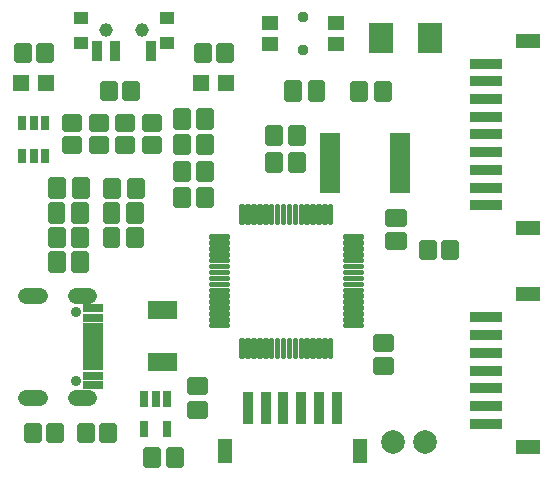
<source format=gts>
G04 EAGLE Gerber RS-274X export*
G75*
%MOMM*%
%FSLAX34Y34*%
%LPD*%
%INSoldermask Top*%
%IPPOS*%
%AMOC8*
5,1,8,0,0,1.08239X$1,22.5*%
G01*
%ADD10R,1.703200X0.638200*%
%ADD11R,0.803200X1.403200*%
%ADD12R,1.303200X2.103200*%
%ADD13R,0.903200X2.703200*%
%ADD14R,2.703200X0.903200*%
%ADD15R,2.103200X1.303200*%
%ADD16R,1.403200X1.403200*%
%ADD17C,0.661406*%
%ADD18R,0.903200X1.703200*%
%ADD19C,1.153200*%
%ADD20R,1.203200X1.003200*%
%ADD21R,0.503200X1.603200*%
%ADD22C,2.003200*%
%ADD23C,0.275422*%
%ADD24R,1.653200X0.803200*%
%ADD25R,1.653200X0.503200*%
%ADD26C,1.361200*%
%ADD27C,0.903200*%
%ADD28R,0.803200X1.303200*%
%ADD29R,1.403200X1.203200*%
%ADD30C,0.953200*%
%ADD31R,2.103200X2.603200*%


D10*
X336035Y242752D03*
X336035Y249092D03*
X336035Y255452D03*
X336035Y261792D03*
X336035Y268152D03*
X336035Y274492D03*
X336035Y280852D03*
X336035Y287192D03*
X277345Y287192D03*
X277345Y280852D03*
X277345Y274492D03*
X277345Y268152D03*
X277345Y261792D03*
X277345Y255452D03*
X277345Y249092D03*
X277345Y242752D03*
D11*
X138798Y64739D03*
X129298Y64739D03*
X119798Y64739D03*
X119798Y39739D03*
X138798Y39739D03*
D12*
X188086Y21187D03*
X302086Y21187D03*
D13*
X207586Y57187D03*
X222586Y57187D03*
X237586Y57187D03*
X252586Y57187D03*
X267586Y57187D03*
X282586Y57187D03*
D14*
X408720Y104207D03*
D15*
X444721Y153710D03*
X444720Y24707D03*
D14*
X408720Y119207D03*
X408720Y134207D03*
X408720Y89207D03*
X408720Y74207D03*
X408720Y59207D03*
X408720Y44207D03*
X408893Y289135D03*
D15*
X444893Y368635D03*
X444893Y209635D03*
D14*
X408893Y304135D03*
X408893Y319135D03*
X408893Y334135D03*
X408893Y349135D03*
X408893Y274135D03*
X408893Y259135D03*
X408893Y244135D03*
X408893Y229135D03*
D16*
X36765Y332656D03*
X15765Y332656D03*
X168112Y332656D03*
X189112Y332656D03*
D17*
X39974Y363020D02*
X31556Y363020D01*
X39974Y363020D02*
X39974Y352602D01*
X31556Y352602D01*
X31556Y363020D01*
X31556Y358885D02*
X39974Y358885D01*
X20974Y363020D02*
X12556Y363020D01*
X20974Y363020D02*
X20974Y352602D01*
X12556Y352602D01*
X12556Y363020D01*
X12556Y358885D02*
X20974Y358885D01*
X164903Y352602D02*
X173321Y352602D01*
X164903Y352602D02*
X164903Y363020D01*
X173321Y363020D01*
X173321Y352602D01*
X173321Y358885D02*
X164903Y358885D01*
X183903Y352602D02*
X192321Y352602D01*
X183903Y352602D02*
X183903Y363020D01*
X192321Y363020D01*
X192321Y352602D01*
X192321Y358885D02*
X183903Y358885D01*
X93840Y320671D02*
X85422Y320671D01*
X85422Y331089D01*
X93840Y331089D01*
X93840Y320671D01*
X93840Y326954D02*
X85422Y326954D01*
X104422Y320671D02*
X112840Y320671D01*
X104422Y320671D02*
X104422Y331089D01*
X112840Y331089D01*
X112840Y320671D01*
X112840Y326954D02*
X104422Y326954D01*
D18*
X125107Y359741D03*
X95107Y359741D03*
X80107Y359741D03*
D19*
X117607Y377241D03*
X87607Y377241D03*
D20*
X139107Y366741D03*
X66107Y366741D03*
X139107Y387741D03*
X66107Y387741D03*
D17*
X50010Y238000D02*
X41592Y238000D01*
X41592Y249418D01*
X50010Y249418D01*
X50010Y238000D01*
X50010Y244283D02*
X41592Y244283D01*
X61592Y238000D02*
X70010Y238000D01*
X61592Y238000D02*
X61592Y249418D01*
X70010Y249418D01*
X70010Y238000D01*
X70010Y244283D02*
X61592Y244283D01*
X88332Y237827D02*
X96750Y237827D01*
X88332Y237827D02*
X88332Y249245D01*
X96750Y249245D01*
X96750Y237827D01*
X96750Y244110D02*
X88332Y244110D01*
X108332Y237827D02*
X116750Y237827D01*
X108332Y237827D02*
X108332Y249245D01*
X116750Y249245D01*
X116750Y237827D01*
X116750Y244110D02*
X108332Y244110D01*
X49630Y217049D02*
X41212Y217049D01*
X41212Y228467D01*
X49630Y228467D01*
X49630Y217049D01*
X49630Y223332D02*
X41212Y223332D01*
X61212Y217049D02*
X69630Y217049D01*
X61212Y217049D02*
X61212Y228467D01*
X69630Y228467D01*
X69630Y217049D01*
X69630Y223332D02*
X61212Y223332D01*
X87770Y216876D02*
X96188Y216876D01*
X87770Y216876D02*
X87770Y228294D01*
X96188Y228294D01*
X96188Y216876D01*
X96188Y223159D02*
X87770Y223159D01*
X107770Y216876D02*
X116188Y216876D01*
X107770Y216876D02*
X107770Y228294D01*
X116188Y228294D01*
X116188Y216876D01*
X116188Y223159D02*
X107770Y223159D01*
X49757Y196232D02*
X41339Y196232D01*
X41339Y207650D01*
X49757Y207650D01*
X49757Y196232D01*
X49757Y202515D02*
X41339Y202515D01*
X61339Y196232D02*
X69757Y196232D01*
X61339Y196232D02*
X61339Y207650D01*
X69757Y207650D01*
X69757Y196232D01*
X69757Y202515D02*
X61339Y202515D01*
X87775Y196060D02*
X96193Y196060D01*
X87775Y196060D02*
X87775Y207478D01*
X96193Y207478D01*
X96193Y196060D01*
X96193Y202343D02*
X87775Y202343D01*
X107775Y196060D02*
X116193Y196060D01*
X107775Y196060D02*
X107775Y207478D01*
X116193Y207478D01*
X116193Y196060D01*
X116193Y202343D02*
X107775Y202343D01*
X49757Y175259D02*
X41339Y175259D01*
X41339Y186677D01*
X49757Y186677D01*
X49757Y175259D01*
X49757Y181542D02*
X41339Y181542D01*
X61339Y175259D02*
X69757Y175259D01*
X61339Y175259D02*
X61339Y186677D01*
X69757Y186677D01*
X69757Y175259D01*
X69757Y181542D02*
X61339Y181542D01*
X167215Y241593D02*
X175633Y241593D01*
X175633Y230175D01*
X167215Y230175D01*
X167215Y241593D01*
X167215Y236458D02*
X175633Y236458D01*
X155633Y241593D02*
X147215Y241593D01*
X155633Y241593D02*
X155633Y230175D01*
X147215Y230175D01*
X147215Y241593D01*
X147215Y236458D02*
X155633Y236458D01*
X167215Y263592D02*
X175633Y263592D01*
X175633Y252174D01*
X167215Y252174D01*
X167215Y263592D01*
X167215Y258457D02*
X175633Y258457D01*
X155633Y263592D02*
X147215Y263592D01*
X155633Y263592D02*
X155633Y252174D01*
X147215Y252174D01*
X147215Y263592D01*
X147215Y258457D02*
X155633Y258457D01*
X167215Y286141D02*
X175633Y286141D01*
X175633Y274723D01*
X167215Y274723D01*
X167215Y286141D01*
X167215Y281006D02*
X175633Y281006D01*
X155633Y286141D02*
X147215Y286141D01*
X155633Y286141D02*
X155633Y274723D01*
X147215Y274723D01*
X147215Y286141D01*
X147215Y281006D02*
X155633Y281006D01*
X167215Y308108D02*
X175633Y308108D01*
X175633Y296690D01*
X167215Y296690D01*
X167215Y308108D01*
X167215Y302973D02*
X175633Y302973D01*
X155633Y308108D02*
X147215Y308108D01*
X155633Y308108D02*
X155633Y296690D01*
X147215Y296690D01*
X147215Y308108D01*
X147215Y302973D02*
X155633Y302973D01*
X170432Y59978D02*
X170432Y51560D01*
X159014Y51560D01*
X159014Y59978D01*
X170432Y59978D01*
X170432Y57843D02*
X159014Y57843D01*
X170432Y71560D02*
X170432Y79978D01*
X170432Y71560D02*
X159014Y71560D01*
X159014Y79978D01*
X170432Y79978D01*
X170432Y77843D02*
X159014Y77843D01*
X241318Y320092D02*
X249736Y320092D01*
X241318Y320092D02*
X241318Y331510D01*
X249736Y331510D01*
X249736Y320092D01*
X249736Y326375D02*
X241318Y326375D01*
X261318Y320092D02*
X269736Y320092D01*
X261318Y320092D02*
X261318Y331510D01*
X269736Y331510D01*
X269736Y320092D01*
X269736Y326375D02*
X261318Y326375D01*
X317666Y331209D02*
X326084Y331209D01*
X326084Y319791D01*
X317666Y319791D01*
X317666Y331209D01*
X317666Y326074D02*
X326084Y326074D01*
X306084Y331209D02*
X297666Y331209D01*
X306084Y331209D02*
X306084Y319791D01*
X297666Y319791D01*
X297666Y331209D01*
X297666Y326074D02*
X306084Y326074D01*
X253565Y293950D02*
X245147Y293950D01*
X253565Y293950D02*
X253565Y282532D01*
X245147Y282532D01*
X245147Y293950D01*
X245147Y288815D02*
X253565Y288815D01*
X233565Y293950D02*
X225147Y293950D01*
X233565Y293950D02*
X233565Y282532D01*
X225147Y282532D01*
X225147Y293950D01*
X225147Y288815D02*
X233565Y288815D01*
X338699Y202932D02*
X338699Y194514D01*
X327281Y194514D01*
X327281Y202932D01*
X338699Y202932D01*
X338699Y200797D02*
X327281Y200797D01*
X338699Y214514D02*
X338699Y222932D01*
X338699Y214514D02*
X327281Y214514D01*
X327281Y222932D01*
X338699Y222932D01*
X338699Y220797D02*
X327281Y220797D01*
X327388Y97595D02*
X327388Y89177D01*
X316970Y89177D01*
X316970Y97595D01*
X327388Y97595D01*
X327388Y95460D02*
X316970Y95460D01*
X327388Y108177D02*
X327388Y116595D01*
X327388Y108177D02*
X316970Y108177D01*
X316970Y116595D01*
X327388Y116595D01*
X327388Y114460D02*
X316970Y114460D01*
X130580Y10366D02*
X122162Y10366D01*
X122162Y20784D01*
X130580Y20784D01*
X130580Y10366D01*
X130580Y16649D02*
X122162Y16649D01*
X141162Y10366D02*
X149580Y10366D01*
X141162Y10366D02*
X141162Y20784D01*
X149580Y20784D01*
X149580Y10366D01*
X149580Y16649D02*
X141162Y16649D01*
X225647Y260041D02*
X234065Y260041D01*
X225647Y260041D02*
X225647Y270459D01*
X234065Y270459D01*
X234065Y260041D01*
X234065Y266324D02*
X225647Y266324D01*
X244647Y260041D02*
X253065Y260041D01*
X244647Y260041D02*
X244647Y270459D01*
X253065Y270459D01*
X253065Y260041D01*
X253065Y266324D02*
X244647Y266324D01*
X355527Y185802D02*
X363945Y185802D01*
X355527Y185802D02*
X355527Y196220D01*
X363945Y196220D01*
X363945Y185802D01*
X363945Y192085D02*
X355527Y192085D01*
X374527Y185802D02*
X382945Y185802D01*
X374527Y185802D02*
X374527Y196220D01*
X382945Y196220D01*
X382945Y185802D01*
X382945Y192085D02*
X374527Y192085D01*
D21*
X145277Y140414D03*
X140277Y140414D03*
X135277Y140414D03*
X130277Y140414D03*
X125277Y140414D03*
X125277Y96414D03*
X130277Y96414D03*
X135277Y96414D03*
X140277Y96414D03*
X145277Y96414D03*
D22*
X330345Y28559D03*
X357572Y28548D03*
D23*
X203236Y100881D02*
X203236Y115759D01*
X203236Y100881D02*
X201158Y100881D01*
X201158Y115759D01*
X203236Y115759D01*
X203236Y103497D02*
X201158Y103497D01*
X201158Y106113D02*
X203236Y106113D01*
X203236Y108729D02*
X201158Y108729D01*
X201158Y111345D02*
X203236Y111345D01*
X203236Y113961D02*
X201158Y113961D01*
X208236Y115759D02*
X208236Y100881D01*
X206158Y100881D01*
X206158Y115759D01*
X208236Y115759D01*
X208236Y103497D02*
X206158Y103497D01*
X206158Y106113D02*
X208236Y106113D01*
X208236Y108729D02*
X206158Y108729D01*
X206158Y111345D02*
X208236Y111345D01*
X208236Y113961D02*
X206158Y113961D01*
X213236Y115759D02*
X213236Y100881D01*
X211158Y100881D01*
X211158Y115759D01*
X213236Y115759D01*
X213236Y103497D02*
X211158Y103497D01*
X211158Y106113D02*
X213236Y106113D01*
X213236Y108729D02*
X211158Y108729D01*
X211158Y111345D02*
X213236Y111345D01*
X213236Y113961D02*
X211158Y113961D01*
X218236Y115759D02*
X218236Y100881D01*
X216158Y100881D01*
X216158Y115759D01*
X218236Y115759D01*
X218236Y103497D02*
X216158Y103497D01*
X216158Y106113D02*
X218236Y106113D01*
X218236Y108729D02*
X216158Y108729D01*
X216158Y111345D02*
X218236Y111345D01*
X218236Y113961D02*
X216158Y113961D01*
X223236Y115759D02*
X223236Y100881D01*
X221158Y100881D01*
X221158Y115759D01*
X223236Y115759D01*
X223236Y103497D02*
X221158Y103497D01*
X221158Y106113D02*
X223236Y106113D01*
X223236Y108729D02*
X221158Y108729D01*
X221158Y111345D02*
X223236Y111345D01*
X223236Y113961D02*
X221158Y113961D01*
X228236Y115759D02*
X228236Y100881D01*
X226158Y100881D01*
X226158Y115759D01*
X228236Y115759D01*
X228236Y103497D02*
X226158Y103497D01*
X226158Y106113D02*
X228236Y106113D01*
X228236Y108729D02*
X226158Y108729D01*
X226158Y111345D02*
X228236Y111345D01*
X228236Y113961D02*
X226158Y113961D01*
X233236Y115759D02*
X233236Y100881D01*
X231158Y100881D01*
X231158Y115759D01*
X233236Y115759D01*
X233236Y103497D02*
X231158Y103497D01*
X231158Y106113D02*
X233236Y106113D01*
X233236Y108729D02*
X231158Y108729D01*
X231158Y111345D02*
X233236Y111345D01*
X233236Y113961D02*
X231158Y113961D01*
X238236Y115759D02*
X238236Y100881D01*
X236158Y100881D01*
X236158Y115759D01*
X238236Y115759D01*
X238236Y103497D02*
X236158Y103497D01*
X236158Y106113D02*
X238236Y106113D01*
X238236Y108729D02*
X236158Y108729D01*
X236158Y111345D02*
X238236Y111345D01*
X238236Y113961D02*
X236158Y113961D01*
X243236Y115759D02*
X243236Y100881D01*
X241158Y100881D01*
X241158Y115759D01*
X243236Y115759D01*
X243236Y103497D02*
X241158Y103497D01*
X241158Y106113D02*
X243236Y106113D01*
X243236Y108729D02*
X241158Y108729D01*
X241158Y111345D02*
X243236Y111345D01*
X243236Y113961D02*
X241158Y113961D01*
X248236Y115759D02*
X248236Y100881D01*
X246158Y100881D01*
X246158Y115759D01*
X248236Y115759D01*
X248236Y103497D02*
X246158Y103497D01*
X246158Y106113D02*
X248236Y106113D01*
X248236Y108729D02*
X246158Y108729D01*
X246158Y111345D02*
X248236Y111345D01*
X248236Y113961D02*
X246158Y113961D01*
X253236Y115759D02*
X253236Y100881D01*
X251158Y100881D01*
X251158Y115759D01*
X253236Y115759D01*
X253236Y103497D02*
X251158Y103497D01*
X251158Y106113D02*
X253236Y106113D01*
X253236Y108729D02*
X251158Y108729D01*
X251158Y111345D02*
X253236Y111345D01*
X253236Y113961D02*
X251158Y113961D01*
X258236Y115759D02*
X258236Y100881D01*
X256158Y100881D01*
X256158Y115759D01*
X258236Y115759D01*
X258236Y103497D02*
X256158Y103497D01*
X256158Y106113D02*
X258236Y106113D01*
X258236Y108729D02*
X256158Y108729D01*
X256158Y111345D02*
X258236Y111345D01*
X258236Y113961D02*
X256158Y113961D01*
X263236Y115759D02*
X263236Y100881D01*
X261158Y100881D01*
X261158Y115759D01*
X263236Y115759D01*
X263236Y103497D02*
X261158Y103497D01*
X261158Y106113D02*
X263236Y106113D01*
X263236Y108729D02*
X261158Y108729D01*
X261158Y111345D02*
X263236Y111345D01*
X263236Y113961D02*
X261158Y113961D01*
X268236Y115759D02*
X268236Y100881D01*
X266158Y100881D01*
X266158Y115759D01*
X268236Y115759D01*
X268236Y103497D02*
X266158Y103497D01*
X266158Y106113D02*
X268236Y106113D01*
X268236Y108729D02*
X266158Y108729D01*
X266158Y111345D02*
X268236Y111345D01*
X268236Y113961D02*
X266158Y113961D01*
X273236Y115759D02*
X273236Y100881D01*
X271158Y100881D01*
X271158Y115759D01*
X273236Y115759D01*
X273236Y103497D02*
X271158Y103497D01*
X271158Y106113D02*
X273236Y106113D01*
X273236Y108729D02*
X271158Y108729D01*
X271158Y111345D02*
X273236Y111345D01*
X273236Y113961D02*
X271158Y113961D01*
X278236Y115759D02*
X278236Y100881D01*
X276158Y100881D01*
X276158Y115759D01*
X278236Y115759D01*
X278236Y103497D02*
X276158Y103497D01*
X276158Y106113D02*
X278236Y106113D01*
X278236Y108729D02*
X276158Y108729D01*
X276158Y111345D02*
X278236Y111345D01*
X278236Y113961D02*
X276158Y113961D01*
X278236Y214481D02*
X278236Y229359D01*
X278236Y214481D02*
X276158Y214481D01*
X276158Y229359D01*
X278236Y229359D01*
X278236Y217097D02*
X276158Y217097D01*
X276158Y219713D02*
X278236Y219713D01*
X278236Y222329D02*
X276158Y222329D01*
X276158Y224945D02*
X278236Y224945D01*
X278236Y227561D02*
X276158Y227561D01*
X273236Y229359D02*
X273236Y214481D01*
X271158Y214481D01*
X271158Y229359D01*
X273236Y229359D01*
X273236Y217097D02*
X271158Y217097D01*
X271158Y219713D02*
X273236Y219713D01*
X273236Y222329D02*
X271158Y222329D01*
X271158Y224945D02*
X273236Y224945D01*
X273236Y227561D02*
X271158Y227561D01*
X268236Y229359D02*
X268236Y214481D01*
X266158Y214481D01*
X266158Y229359D01*
X268236Y229359D01*
X268236Y217097D02*
X266158Y217097D01*
X266158Y219713D02*
X268236Y219713D01*
X268236Y222329D02*
X266158Y222329D01*
X266158Y224945D02*
X268236Y224945D01*
X268236Y227561D02*
X266158Y227561D01*
X263236Y229359D02*
X263236Y214481D01*
X261158Y214481D01*
X261158Y229359D01*
X263236Y229359D01*
X263236Y217097D02*
X261158Y217097D01*
X261158Y219713D02*
X263236Y219713D01*
X263236Y222329D02*
X261158Y222329D01*
X261158Y224945D02*
X263236Y224945D01*
X263236Y227561D02*
X261158Y227561D01*
X258236Y229359D02*
X258236Y214481D01*
X256158Y214481D01*
X256158Y229359D01*
X258236Y229359D01*
X258236Y217097D02*
X256158Y217097D01*
X256158Y219713D02*
X258236Y219713D01*
X258236Y222329D02*
X256158Y222329D01*
X256158Y224945D02*
X258236Y224945D01*
X258236Y227561D02*
X256158Y227561D01*
X253236Y229359D02*
X253236Y214481D01*
X251158Y214481D01*
X251158Y229359D01*
X253236Y229359D01*
X253236Y217097D02*
X251158Y217097D01*
X251158Y219713D02*
X253236Y219713D01*
X253236Y222329D02*
X251158Y222329D01*
X251158Y224945D02*
X253236Y224945D01*
X253236Y227561D02*
X251158Y227561D01*
X248236Y229359D02*
X248236Y214481D01*
X246158Y214481D01*
X246158Y229359D01*
X248236Y229359D01*
X248236Y217097D02*
X246158Y217097D01*
X246158Y219713D02*
X248236Y219713D01*
X248236Y222329D02*
X246158Y222329D01*
X246158Y224945D02*
X248236Y224945D01*
X248236Y227561D02*
X246158Y227561D01*
X243236Y229359D02*
X243236Y214481D01*
X241158Y214481D01*
X241158Y229359D01*
X243236Y229359D01*
X243236Y217097D02*
X241158Y217097D01*
X241158Y219713D02*
X243236Y219713D01*
X243236Y222329D02*
X241158Y222329D01*
X241158Y224945D02*
X243236Y224945D01*
X243236Y227561D02*
X241158Y227561D01*
X238236Y229359D02*
X238236Y214481D01*
X236158Y214481D01*
X236158Y229359D01*
X238236Y229359D01*
X238236Y217097D02*
X236158Y217097D01*
X236158Y219713D02*
X238236Y219713D01*
X238236Y222329D02*
X236158Y222329D01*
X236158Y224945D02*
X238236Y224945D01*
X238236Y227561D02*
X236158Y227561D01*
X233236Y229359D02*
X233236Y214481D01*
X231158Y214481D01*
X231158Y229359D01*
X233236Y229359D01*
X233236Y217097D02*
X231158Y217097D01*
X231158Y219713D02*
X233236Y219713D01*
X233236Y222329D02*
X231158Y222329D01*
X231158Y224945D02*
X233236Y224945D01*
X233236Y227561D02*
X231158Y227561D01*
X228236Y229359D02*
X228236Y214481D01*
X226158Y214481D01*
X226158Y229359D01*
X228236Y229359D01*
X228236Y217097D02*
X226158Y217097D01*
X226158Y219713D02*
X228236Y219713D01*
X228236Y222329D02*
X226158Y222329D01*
X226158Y224945D02*
X228236Y224945D01*
X228236Y227561D02*
X226158Y227561D01*
X223236Y229359D02*
X223236Y214481D01*
X221158Y214481D01*
X221158Y229359D01*
X223236Y229359D01*
X223236Y217097D02*
X221158Y217097D01*
X221158Y219713D02*
X223236Y219713D01*
X223236Y222329D02*
X221158Y222329D01*
X221158Y224945D02*
X223236Y224945D01*
X223236Y227561D02*
X221158Y227561D01*
X218236Y229359D02*
X218236Y214481D01*
X216158Y214481D01*
X216158Y229359D01*
X218236Y229359D01*
X218236Y217097D02*
X216158Y217097D01*
X216158Y219713D02*
X218236Y219713D01*
X218236Y222329D02*
X216158Y222329D01*
X216158Y224945D02*
X218236Y224945D01*
X218236Y227561D02*
X216158Y227561D01*
X213236Y229359D02*
X213236Y214481D01*
X211158Y214481D01*
X211158Y229359D01*
X213236Y229359D01*
X213236Y217097D02*
X211158Y217097D01*
X211158Y219713D02*
X213236Y219713D01*
X213236Y222329D02*
X211158Y222329D01*
X211158Y224945D02*
X213236Y224945D01*
X213236Y227561D02*
X211158Y227561D01*
X208236Y229359D02*
X208236Y214481D01*
X206158Y214481D01*
X206158Y229359D01*
X208236Y229359D01*
X208236Y217097D02*
X206158Y217097D01*
X206158Y219713D02*
X208236Y219713D01*
X208236Y222329D02*
X206158Y222329D01*
X206158Y224945D02*
X208236Y224945D01*
X208236Y227561D02*
X206158Y227561D01*
X203236Y229359D02*
X203236Y214481D01*
X201158Y214481D01*
X201158Y229359D01*
X203236Y229359D01*
X203236Y217097D02*
X201158Y217097D01*
X201158Y219713D02*
X203236Y219713D01*
X203236Y222329D02*
X201158Y222329D01*
X201158Y224945D02*
X203236Y224945D01*
X203236Y227561D02*
X201158Y227561D01*
X190336Y201581D02*
X175458Y201581D01*
X175458Y203659D01*
X190336Y203659D01*
X190336Y201581D01*
X190336Y196581D02*
X175458Y196581D01*
X175458Y198659D01*
X190336Y198659D01*
X190336Y196581D01*
X190336Y191581D02*
X175458Y191581D01*
X175458Y193659D01*
X190336Y193659D01*
X190336Y191581D01*
X190336Y186581D02*
X175458Y186581D01*
X175458Y188659D01*
X190336Y188659D01*
X190336Y186581D01*
X190336Y181581D02*
X175458Y181581D01*
X175458Y183659D01*
X190336Y183659D01*
X190336Y181581D01*
X190336Y176581D02*
X175458Y176581D01*
X175458Y178659D01*
X190336Y178659D01*
X190336Y176581D01*
X190336Y171581D02*
X175458Y171581D01*
X175458Y173659D01*
X190336Y173659D01*
X190336Y171581D01*
X190336Y166581D02*
X175458Y166581D01*
X175458Y168659D01*
X190336Y168659D01*
X190336Y166581D01*
X190336Y161581D02*
X175458Y161581D01*
X175458Y163659D01*
X190336Y163659D01*
X190336Y161581D01*
X190336Y156581D02*
X175458Y156581D01*
X175458Y158659D01*
X190336Y158659D01*
X190336Y156581D01*
X190336Y151581D02*
X175458Y151581D01*
X175458Y153659D01*
X190336Y153659D01*
X190336Y151581D01*
X190336Y146581D02*
X175458Y146581D01*
X175458Y148659D01*
X190336Y148659D01*
X190336Y146581D01*
X190336Y141581D02*
X175458Y141581D01*
X175458Y143659D01*
X190336Y143659D01*
X190336Y141581D01*
X190336Y136581D02*
X175458Y136581D01*
X175458Y138659D01*
X190336Y138659D01*
X190336Y136581D01*
X190336Y131581D02*
X175458Y131581D01*
X175458Y133659D01*
X190336Y133659D01*
X190336Y131581D01*
X190336Y126581D02*
X175458Y126581D01*
X175458Y128659D01*
X190336Y128659D01*
X190336Y126581D01*
X289058Y126581D02*
X303936Y126581D01*
X289058Y126581D02*
X289058Y128659D01*
X303936Y128659D01*
X303936Y126581D01*
X303936Y131581D02*
X289058Y131581D01*
X289058Y133659D01*
X303936Y133659D01*
X303936Y131581D01*
X303936Y136581D02*
X289058Y136581D01*
X289058Y138659D01*
X303936Y138659D01*
X303936Y136581D01*
X303936Y141581D02*
X289058Y141581D01*
X289058Y143659D01*
X303936Y143659D01*
X303936Y141581D01*
X303936Y146581D02*
X289058Y146581D01*
X289058Y148659D01*
X303936Y148659D01*
X303936Y146581D01*
X303936Y151581D02*
X289058Y151581D01*
X289058Y153659D01*
X303936Y153659D01*
X303936Y151581D01*
X303936Y156581D02*
X289058Y156581D01*
X289058Y158659D01*
X303936Y158659D01*
X303936Y156581D01*
X303936Y161581D02*
X289058Y161581D01*
X289058Y163659D01*
X303936Y163659D01*
X303936Y161581D01*
X303936Y166581D02*
X289058Y166581D01*
X289058Y168659D01*
X303936Y168659D01*
X303936Y166581D01*
X303936Y171581D02*
X289058Y171581D01*
X289058Y173659D01*
X303936Y173659D01*
X303936Y171581D01*
X303936Y176581D02*
X289058Y176581D01*
X289058Y178659D01*
X303936Y178659D01*
X303936Y176581D01*
X303936Y181581D02*
X289058Y181581D01*
X289058Y183659D01*
X303936Y183659D01*
X303936Y181581D01*
X303936Y186581D02*
X289058Y186581D01*
X289058Y188659D01*
X303936Y188659D01*
X303936Y186581D01*
X303936Y191581D02*
X289058Y191581D01*
X289058Y193659D01*
X303936Y193659D01*
X303936Y191581D01*
X303936Y196581D02*
X289058Y196581D01*
X289058Y198659D01*
X303936Y198659D01*
X303936Y196581D01*
X303936Y201581D02*
X289058Y201581D01*
X289058Y203659D01*
X303936Y203659D01*
X303936Y201581D01*
D24*
X76450Y142000D03*
X76450Y134000D03*
D25*
X76450Y112000D03*
X76450Y117000D03*
X76450Y122000D03*
X76450Y127000D03*
X76450Y107000D03*
X76450Y102000D03*
X76450Y97000D03*
X76450Y92000D03*
D24*
X76450Y85000D03*
X76450Y77000D03*
D26*
X73090Y152700D02*
X61510Y152700D01*
X61510Y66300D02*
X73090Y66300D01*
X31290Y152700D02*
X19710Y152700D01*
X19710Y66300D02*
X31290Y66300D01*
D27*
X62000Y138400D03*
X62000Y80600D03*
D17*
X29445Y31302D02*
X21027Y31302D01*
X21027Y41720D01*
X29445Y41720D01*
X29445Y31302D01*
X29445Y37585D02*
X21027Y37585D01*
X40027Y31302D02*
X48445Y31302D01*
X40027Y31302D02*
X40027Y41720D01*
X48445Y41720D01*
X48445Y31302D01*
X48445Y37585D02*
X40027Y37585D01*
X66027Y31302D02*
X74445Y31302D01*
X66027Y31302D02*
X66027Y41720D01*
X74445Y41720D01*
X74445Y31302D01*
X74445Y37585D02*
X66027Y37585D01*
X85027Y31302D02*
X93445Y31302D01*
X85027Y31302D02*
X85027Y41720D01*
X93445Y41720D01*
X93445Y31302D01*
X93445Y37585D02*
X85027Y37585D01*
D28*
X16500Y271000D03*
X26000Y271000D03*
X35500Y271000D03*
X35500Y299000D03*
X26000Y299000D03*
X16500Y299000D03*
D17*
X63798Y284145D02*
X63798Y275727D01*
X53380Y275727D01*
X53380Y284145D01*
X63798Y284145D01*
X63798Y282010D02*
X53380Y282010D01*
X63798Y294727D02*
X63798Y303145D01*
X63798Y294727D02*
X53380Y294727D01*
X53380Y303145D01*
X63798Y303145D01*
X63798Y301010D02*
X53380Y301010D01*
X86398Y284145D02*
X86398Y275727D01*
X75980Y275727D01*
X75980Y284145D01*
X86398Y284145D01*
X86398Y282010D02*
X75980Y282010D01*
X86398Y294727D02*
X86398Y303145D01*
X86398Y294727D02*
X75980Y294727D01*
X75980Y303145D01*
X86398Y303145D01*
X86398Y301010D02*
X75980Y301010D01*
X108598Y284145D02*
X108598Y275727D01*
X98180Y275727D01*
X98180Y284145D01*
X108598Y284145D01*
X108598Y282010D02*
X98180Y282010D01*
X108598Y294727D02*
X108598Y303145D01*
X108598Y294727D02*
X98180Y294727D01*
X98180Y303145D01*
X108598Y303145D01*
X108598Y301010D02*
X98180Y301010D01*
X131198Y284145D02*
X131198Y275727D01*
X120780Y275727D01*
X120780Y284145D01*
X131198Y284145D01*
X131198Y282010D02*
X120780Y282010D01*
X131198Y294727D02*
X131198Y303145D01*
X131198Y294727D02*
X120780Y294727D01*
X120780Y303145D01*
X131198Y303145D01*
X131198Y301010D02*
X120780Y301010D01*
D29*
X226400Y366100D03*
X226400Y383100D03*
X282400Y383100D03*
X282400Y366100D03*
D30*
X254400Y388350D03*
X254400Y360850D03*
D31*
X320300Y370400D03*
X361300Y370400D03*
M02*

</source>
